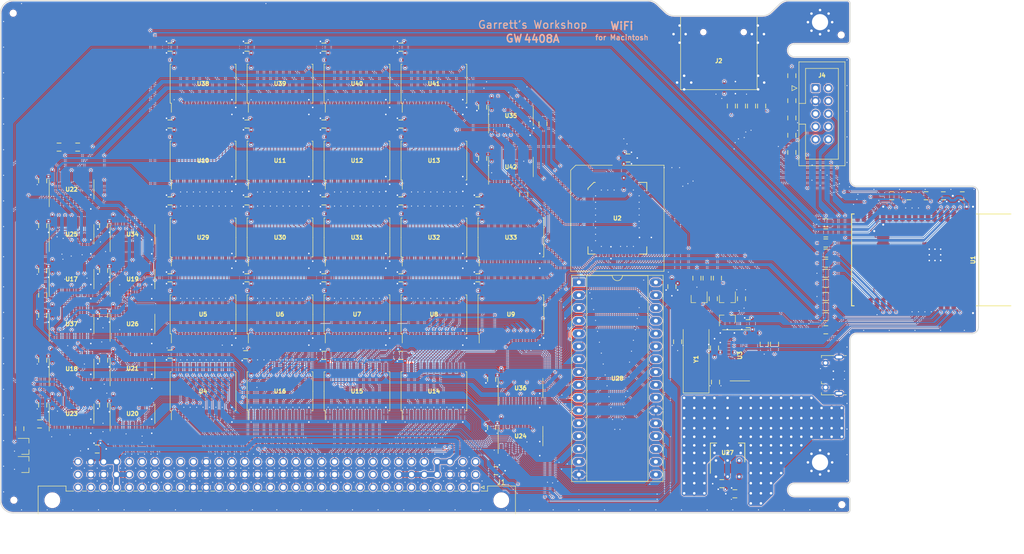
<source format=kicad_pcb>
(kicad_pcb (version 20211014) (generator pcbnew)

  (general
    (thickness 1.6)
  )

  (paper "A4")
  (layers
    (0 "F.Cu" signal)
    (1 "In1.Cu" power)
    (2 "In2.Cu" power)
    (31 "B.Cu" signal)
    (32 "B.Adhes" user "B.Adhesive")
    (33 "F.Adhes" user "F.Adhesive")
    (34 "B.Paste" user)
    (35 "F.Paste" user)
    (36 "B.SilkS" user "B.Silkscreen")
    (37 "F.SilkS" user "F.Silkscreen")
    (38 "B.Mask" user)
    (39 "F.Mask" user)
    (40 "Dwgs.User" user "User.Drawings")
    (41 "Cmts.User" user "User.Comments")
    (42 "Eco1.User" user "User.Eco1")
    (43 "Eco2.User" user "User.Eco2")
    (44 "Edge.Cuts" user)
    (45 "Margin" user)
    (46 "B.CrtYd" user "B.Courtyard")
    (47 "F.CrtYd" user "F.Courtyard")
    (48 "B.Fab" user)
    (49 "F.Fab" user)
  )

  (setup
    (pad_to_mask_clearance 0)
    (pcbplotparams
      (layerselection 0x00010fc_ffffffff)
      (disableapertmacros false)
      (usegerberextensions true)
      (usegerberattributes false)
      (usegerberadvancedattributes false)
      (creategerberjobfile false)
      (svguseinch false)
      (svgprecision 6)
      (excludeedgelayer true)
      (plotframeref false)
      (viasonmask false)
      (mode 1)
      (useauxorigin false)
      (hpglpennumber 1)
      (hpglpenspeed 20)
      (hpglpendiameter 15.000000)
      (dxfpolygonmode true)
      (dxfimperialunits true)
      (dxfusepcbnewfont true)
      (psnegative false)
      (psa4output false)
      (plotreference true)
      (plotvalue true)
      (plotinvisibletext false)
      (sketchpadsonfab false)
      (subtractmaskfromsilk true)
      (outputformat 1)
      (mirror false)
      (drillshape 0)
      (scaleselection 1)
      (outputdirectory "gerber/")
    )
  )

  (net 0 "")
  (net 1 "Net-(C1-Pad1)")
  (net 2 "GND")
  (net 3 "Net-(C2-Pad1)")
  (net 4 "Net-(J2-Pad8)")
  (net 5 "/MISOr")
  (net 6 "Net-(J2-Pad5)")
  (net 7 "+3V3")
  (net 8 "Net-(J2-Pad3)")
  (net 9 "Net-(J2-Pad2)")
  (net 10 "Net-(J2-Pad1)")
  (net 11 "/DETr")
  (net 12 "Net-(J4-Pad5)")
  (net 13 "Net-(J4-Pad7)")
  (net 14 "/ESP32/~{TRST}")
  (net 15 "/ESP32/TMS")
  (net 16 "Net-(J4-Pad4)")
  (net 17 "/ESP32/TDO")
  (net 18 "/ESP32/TDI")
  (net 19 "/ESP32/~{SRST}")
  (net 20 "Net-(Q1-Pad1)")
  (net 21 "/ESP32/RTS")
  (net 22 "/ESP32/EN")
  (net 23 "/ESP32/IO0")
  (net 24 "/ESP32/DTR")
  (net 25 "Net-(Q2-Pad1)")
  (net 26 "/MOSI")
  (net 27 "/S~{CS}")
  (net 28 "/SCK")
  (net 29 "/MISO")
  (net 30 "/DET")
  (net 31 "/BusControl/~{CLK}")
  (net 32 "/BusControl/B~{OE}")
  (net 33 "/BusControl/BDIR")
  (net 34 "/BusControl/ACK-2")
  (net 35 "/AddrLatch/ACLK")
  (net 36 "/ESP32/TCK")
  (net 37 "/ESP32/IO2")
  (net 38 "Net-(R18-Pad2)")
  (net 39 "/ROM/RD0")
  (net 40 "/ROM/RD1")
  (net 41 "/ROM/RD2")
  (net 42 "/ROM/RD3")
  (net 43 "/ROM/RD4")
  (net 44 "/ROM/RD5")
  (net 45 "/ROM/RD6")
  (net 46 "/ROM/RD7")
  (net 47 "+5V")
  (net 48 "/ESP32/DBG_RX")
  (net 49 "/ESP32/DBG_TX")
  (net 50 "/ESP32/D+")
  (net 51 "/ESP32/D-")
  (net 52 "Net-(U3-Pad9)")
  (net 53 "Net-(U3-Pad10)")
  (net 54 "Net-(U3-Pad11)")
  (net 55 "Net-(U3-Pad12)")
  (net 56 "/DataReg/Q31")
  (net 57 "/ESP32/NSCK")
  (net 58 "/BusControl/REG~{WE}")
  (net 59 "/AddrLatch/~{AD}4")
  (net 60 "/AddrLatch/~{AD}5")
  (net 61 "/AddrLatch/~{AD}6")
  (net 62 "/AddrLatch/~{AD}7")
  (net 63 "/DataReg/Q23")
  (net 64 "/AddrLatch/~{AD}0")
  (net 65 "/AddrLatch/~{AD}1")
  (net 66 "/AddrLatch/~{AD}2")
  (net 67 "/AddrLatch/~{AD}3")
  (net 68 "/AddrLatch/~{AD}11")
  (net 69 "/AddrLatch/~{AD}10")
  (net 70 "/AddrLatch/~{AD}9")
  (net 71 "/AddrLatch/~{AD}8")
  (net 72 "/DataReg/Q15")
  (net 73 "/AddrLatch/~{AD}15")
  (net 74 "/AddrLatch/~{AD}14")
  (net 75 "/AddrLatch/~{AD}13")
  (net 76 "/AddrLatch/~{AD}12")
  (net 77 "/AddrLatch/~{AD}20")
  (net 78 "/AddrLatch/~{AD}21")
  (net 79 "/DataReg/Q7")
  (net 80 "/AddrLatch/~{AD}16")
  (net 81 "/AddrLatch/~{AD}17")
  (net 82 "/AddrLatch/~{AD}18")
  (net 83 "/AddrLatch/~{AD}19")
  (net 84 "/DataReg/~{AD}27")
  (net 85 "/DataReg/~{AD}26")
  (net 86 "/DataReg/~{AD}25")
  (net 87 "/DataReg/~{AD}24")
  (net 88 "/BusControl/~{AD}31")
  (net 89 "/BusControl/~{AD}30")
  (net 90 "/BusControl/~{AD}29")
  (net 91 "/BusControl/~{AD}28")
  (net 92 "/BusControl/CLK")
  (net 93 "/BusControl/REG~{OE}")
  (net 94 "/BusControl/~{ACK}-2")
  (net 95 "/BusControl/ACK-1")
  (net 96 "/BusControl/~{ACK}-1")
  (net 97 "/BusControl/~{CSTART}")
  (net 98 "Net-(U18-Pad8)")
  (net 99 "/BusControl/ACK-0")
  (net 100 "/CtrlStatReg/~{RES}")
  (net 101 "Net-(U20-Pad3)")
  (net 102 "/BusControl/~{ID}2")
  (net 103 "/BusControl/~{ID}3")
  (net 104 "Net-(U20-Pad11)")
  (net 105 "/BusControl/~{ID}1")
  (net 106 "Net-(U20-Pad6)")
  (net 107 "Net-(U20-Pad8)")
  (net 108 "/BusControl/~{ID}0")
  (net 109 "/BusControl/~{CSEL}")
  (net 110 "/BusControl/~{START}ACK")
  (net 111 "/BusControl/~{START}")
  (net 112 "/BusControl/START")
  (net 113 "/BusControl/~{WE}")
  (net 114 "/BusControl/~{OE}")
  (net 115 "/DataReg/MISO")
  (net 116 "/BusControl/~{ACK}")
  (net 117 "/BusControl/LA19")
  (net 118 "/AddrLatch/~{TM}0")
  (net 119 "/AddrLatch/~{TM}1")
  (net 120 "Net-(J1-PadA1)")
  (net 121 "Net-(J1-PadA2)")
  (net 122 "Net-(J1-PadA3)")
  (net 123 "Net-(J1-PadA4)")
  (net 124 "Net-(J1-PadA24)")
  (net 125 "Net-(J1-PadA25)")
  (net 126 "Net-(J1-PadA30)")
  (net 127 "Net-(J1-PadA32)")
  (net 128 "Net-(J1-PadB1)")
  (net 129 "Net-(J1-PadB8)")
  (net 130 "Net-(J1-PadB9)")
  (net 131 "Net-(J1-PadB10)")
  (net 132 "Net-(J1-PadB11)")
  (net 133 "Net-(J1-PadB24)")
  (net 134 "Net-(J1-PadB25)")
  (net 135 "Net-(J1-PadB26)")
  (net 136 "Net-(J1-PadB27)")
  (net 137 "Net-(J1-PadB32)")
  (net 138 "Net-(J1-PadC2)")
  (net 139 "Net-(J1-PadC24)")
  (net 140 "Net-(J1-PadC25)")
  (net 141 "/AddrLatch/L~{A}7")
  (net 142 "/AddrLatch/L~{A}6")
  (net 143 "/AddrLatch/L~{A}5")
  (net 144 "/AddrLatch/L~{A}4")
  (net 145 "/AddrLatch/L~{A}3")
  (net 146 "/AddrLatch/L~{A}2")
  (net 147 "/AddrLatch/L~{A}1")
  (net 148 "/AddrLatch/L~{A}0")
  (net 149 "/AddrLatch/L~{A}15")
  (net 150 "/AddrLatch/L~{A}14")
  (net 151 "/AddrLatch/L~{A}13")
  (net 152 "/AddrLatch/L~{A}12")
  (net 153 "/AddrLatch/L~{A}11")
  (net 154 "/AddrLatch/L~{A}10")
  (net 155 "/AddrLatch/L~{A}9")
  (net 156 "/AddrLatch/L~{A}8")
  (net 157 "/AddrLatch/L~{A}16")
  (net 158 "/AddrLatch/L~{A}17")
  (net 159 "/AddrLatch/L~{A}18")
  (net 160 "/AddrLatch/L~{A}19")
  (net 161 "/AddrLatch/L~{A}20")
  (net 162 "/AddrLatch/L~{A}21")
  (net 163 "/AddrLatch/L~{TM}1")
  (net 164 "/AddrLatch/L~{TM}0")
  (net 165 "Net-(J3-Pad4)")
  (net 166 "Net-(J3-Pad1)")
  (net 167 "Net-(U1-Pad22)")
  (net 168 "Net-(U1-Pad21)")
  (net 169 "Net-(U1-Pad20)")
  (net 170 "Net-(U1-Pad17)")
  (net 171 "Net-(U1-Pad18)")
  (net 172 "Net-(U1-Pad19)")
  (net 173 "Net-(U1-Pad32)")
  (net 174 "/ESP32/N~{CS}")
  (net 175 "Net-(U1-Pad28)")
  (net 176 "Net-(U1-Pad27)")
  (net 177 "/BusControl/~{CLK}r")
  (net 178 "Net-(Q4-Pad1)")
  (net 179 "/ESP32/IRQ")
  (net 180 "Net-(J1-PadC23)")
  (net 181 "Net-(Q3-Pad1)")
  (net 182 "/CtrlStatReg/ESP_~{EN}")
  (net 183 "Net-(U1-Pad7)")
  (net 184 "/CtrlStatReg/ROM~{OE}")
  (net 185 "/DataReg/Q33")
  (net 186 "/DataReg/Q34")
  (net 187 "/DataReg/Q35")
  (net 188 "/DataReg/Q36")
  (net 189 "/DataReg/Q37")
  (net 190 "/DataReg/Q38")
  (net 191 "/DataReg/Q39")
  (net 192 "/DataReg/Q32")
  (net 193 "/DataReg/Q30")
  (net 194 "/DataReg/Q29")
  (net 195 "/DataReg/Q28")
  (net 196 "/DataReg/Q27")
  (net 197 "/DataReg/Q26")
  (net 198 "/DataReg/Q25")
  (net 199 "/DataReg/Q17")
  (net 200 "/DataReg/Q18")
  (net 201 "/DataReg/Q19")
  (net 202 "/DataReg/Q20")
  (net 203 "/DataReg/Q21")
  (net 204 "/DataReg/Q22")
  (net 205 "/DataReg/Q24")
  (net 206 "/DataReg/Q16")
  (net 207 "/DataReg/Q14")
  (net 208 "/DataReg/Q13")
  (net 209 "/DataReg/Q12")
  (net 210 "/DataReg/Q11")
  (net 211 "/DataReg/Q10")
  (net 212 "/DataReg/Q9")
  (net 213 "/DataReg/Q1")
  (net 214 "/DataReg/Q2")
  (net 215 "/DataReg/Q3")
  (net 216 "/DataReg/Q4")
  (net 217 "/DataReg/Q5")
  (net 218 "/DataReg/Q6")
  (net 219 "/DataReg/Q8")
  (net 220 "/CtrlStatReg/~{RDREQ}N")
  (net 221 "/CtrlStatReg/~{WRREQ}N")
  (net 222 "/CtrlStatReg/~{AD}23")
  (net 223 "/CtrlStatReg/~{AD}22")
  (net 224 "/CtrlStatReg/~{NMRQ}")
  (net 225 "Net-(Q5-Pad1)")
  (net 226 "Net-(R31-Pad2)")
  (net 227 "Net-(R32-Pad2)")
  (net 228 "/CtrlStatReg/~{RDREQ}")
  (net 229 "Net-(U21-Pad10)")
  (net 230 "Net-(U23-Pad9)")
  (net 231 "/CtrlStatReg/WRREQ")
  (net 232 "/CtrlStatReg/~{WRREQ}")
  (net 233 "/CtrlStatReg/WR~{IE}")
  (net 234 "Net-(U36-Pad5)")
  (net 235 "/CtrlStatReg/RD~{IE}")
  (net 236 "Net-(U21-Pad6)")
  (net 237 "Net-(U36-Pad9)")
  (net 238 "Net-(U18-Pad11)")
  (net 239 "Net-(U18-Pad10)")
  (net 240 "Net-(U18-Pad9)")
  (net 241 "Net-(U18-Pad13)")
  (net 242 "Net-(U18-Pad12)")
  (net 243 "Net-(U19-Pad1)")
  (net 244 "Net-(U35-Pad9)")
  (net 245 "Net-(U37-Pad8)")
  (net 246 "Net-(U37-Pad6)")
  (net 247 "Net-(R9-Pad1)")
  (net 248 "Net-(R9-Pad2)")
  (net 249 "Net-(U19-Pad9)")
  (net 250 "/DataReg/MOSI")
  (net 251 "/CtrlStatReg/RDCLK")
  (net 252 "/CtrlStatReg/WRCLK")
  (net 253 "/DataReg/RQ0")
  (net 254 "/DataReg/RQ1")
  (net 255 "/DataReg/RQ2")
  (net 256 "/DataReg/RQ3")
  (net 257 "/DataReg/RQ4")
  (net 258 "/DataReg/RQ5")
  (net 259 "/DataReg/RQ6")
  (net 260 "/DataReg/RQ7")
  (net 261 "/DataReg/RQ15")
  (net 262 "/DataReg/RQ14")
  (net 263 "/DataReg/RQ13")
  (net 264 "/DataReg/RQ12")
  (net 265 "/DataReg/RQ11")
  (net 266 "/DataReg/RQ10")
  (net 267 "/DataReg/RQ9")
  (net 268 "/DataReg/RQ8")
  (net 269 "/DataReg/RQ16")
  (net 270 "/DataReg/RQ17")
  (net 271 "/DataReg/RQ18")
  (net 272 "/DataReg/RQ19")
  (net 273 "/DataReg/RQ20")
  (net 274 "/DataReg/RQ21")
  (net 275 "/DataReg/RQ22")
  (net 276 "/DataReg/RQ23")
  (net 277 "/DataReg/RQ31")
  (net 278 "/DataReg/RQ30")
  (net 279 "/DataReg/RQ29")
  (net 280 "/DataReg/RQ28")
  (net 281 "/DataReg/RQ27")
  (net 282 "/DataReg/RQ26")
  (net 283 "/DataReg/RQ25")
  (net 284 "/DataReg/RQ24")
  (net 285 "Net-(U29-Pad2)")
  (net 286 "Net-(U33-Pad12)")
  (net 287 "Net-(U38-Pad2)")
  (net 288 "Net-(U38-Pad11)")
  (net 289 "Net-(U1-Pad8)")
  (net 290 "Net-(R25-Pad1)")
  (net 291 "Net-(R26-Pad1)")
  (net 292 "Net-(R33-Pad1)")

  (footprint "stdpads:SOIC-14_3.9mm" (layer "F.Cu") (at 82.55 108.585))

  (footprint "Connector_IDC:IDC-Header_2x05_P2.54mm_Vertical" (layer "F.Cu") (at 229.87 52.959))

  (footprint "stdpads:ESP32-WROVER_WROOM-32_WROVER" (layer "F.Cu") (at 255.778 86.995 180))

  (footprint "stdpads:R_0805" (layer "F.Cu") (at 225.171 62.296 90))

  (footprint "stdpads:R_0805" (layer "F.Cu") (at 231.9 81.65))

  (footprint "stdpads:R_0805" (layer "F.Cu") (at 231.9 100.85 180))

  (footprint "stdpads:C_0805" (layer "F.Cu") (at 166.585 128.778))

  (footprint "stdpads:R_0805" (layer "F.Cu") (at 83.759 64.643))

  (footprint "stdpads:DIN41612_R_3x32_Male_Horizontal_THT" (layer "F.Cu") (at 162.56 132.08 180))

  (footprint "Package_DIP:DIP-32_W15.24mm_Socket_LongPads" (layer "F.Cu") (at 183.007 91.44))

  (footprint "stdpads:C_0805" (layer "F.Cu") (at 76.835 98.005 -90))

  (footprint "stdpads:C_0805" (layer "F.Cu") (at 76.835 89.115 -90))

  (footprint "stdpads:C_0805" (layer "F.Cu") (at 147.74 44.831 180))

  (footprint "stdpads:SOIC-20W_7.5mm" (layer "F.Cu") (at 123.825 113.03))

  (footprint "stdpads:C_0805" (layer "F.Cu") (at 162.98 90.551 180))

  (footprint "stdpads:C_0805" (layer "F.Cu") (at 162.98 75.311 180))

  (footprint "stdpads:SOIC-20W_7.5mm" (layer "F.Cu") (at 108.585 82.55))

  (footprint "stdpads:SOIC-20W_7.5mm" (layer "F.Cu") (at 108.585 113.03))

  (footprint "stdpads:SOIC-20W_7.5mm" (layer "F.Cu") (at 169.545 82.55))

  (footprint "stdpads:R_0805" (layer "F.Cu") (at 231.9 98.25 180))

  (footprint "stdpads:SOIC-14_3.9mm" (layer "F.Cu") (at 82.55 117.475))

  (footprint "stdpads:MountingHole_3.2mm_M3_Pad_Via" (layer "F.Cu") (at 230.759 127.127))

  (footprint "stdpads:SOIC-14_3.9mm" (layer "F.Cu") (at 169.545 58.42))

  (footprint "stdpads:C_0805" (layer "F.Cu") (at 163.957 66.89 -90))

  (footprint "stdpads:SOIC-14_3.9mm" (layer "F.Cu") (at 169.545 68.58))

  (footprint "stdpads:SOIC-20W_7.5mm" (layer "F.Cu") (at 154.305 113.03))

  (footprint "stdpads:C_0805" (layer "F.Cu") (at 163.957 56.73 -90))

  (footprint "stdpads:C_0805" (layer "F.Cu") (at 192.747 66.802))

  (footprint "stdpads:C_0805" (layer "F.Cu") (at 87.63 124.46 180))

  (footprint "stdpads:SOIC-20W_7.5mm" (layer "F.Cu") (at 139.065 67.31))

  (footprint "stdpads:C_0805" (layer "F.Cu") (at 165.735 120.23 -90))

  (footprint "stdpads:C_0805" (layer "F.Cu") (at 165.735 110.705 -90))

  (footprint "stdpads:C_0805" (layer "F.Cu") (at 117.006 105.791 180))

  (footprint "stdpads:C_0805" (layer "F.Cu") (at 117.26 90.551 180))

  (footprint "stdpads:C_0805" (layer "F.Cu") (at 132.5 90.551 180))

  (footprint "stdpads:C_0805" (layer "F.Cu") (at 147.74 90.551 180))

  (footprint "stdpads:C_0805" (layer "F.Cu") (at 132.5 105.918 180))

  (footprint "stdpads:MountingHole_3.2mm_M3_Pad_Via" (layer "F.Cu")
    (tedit 5F91F556) (tstamp 00000000-0000-0000-0000-000061a778f6)
    (at 230.759 39.878)
    (descr "Mounting Hole 3.2mm, M3")
    (tags "mounting hole 3.2mm m3")
    (zone_connect 2)
    (attr exclude_from_pos_files exclude_from_bom)
    (fp_text reference "REF**" (at 0 0) (layer "F.Fab")
      (effects (font (size 0.8128 0.8128) (thickness 0.2032)))
      (tstamp 29de0295-fc98-4e91-b33d-3538007ba123)
    )
    (fp_text value "MountingHole_3.2mm_M3_Pad_Via" (at 0 4.2) (layer "F.Fab") hide
      (effects (font (size 0.8128 0.8128) (thickness 0.2032)))
      (tstamp 6766eb3f-cea4-4521-aa0a-171be6569eb2)
    )
    (fp_text user "${REFERENCE}" (at 0.3 0) (layer "F.Fab")
      (effects (font (size 1 1) (thickness 0.15)))
      (tstamp fa6a50c0-0939-4b01-9441-d6edf4abb7bc)
    )
    (fp_circle (center 0 0) (end 3.2 0) (layer "Cmts.User") (width 0.15) (fill none) (tstamp 40d51405-819c-49a2-bf42-6641f1d5098c))
    (fp_circle (center 0 0) (end 3.45 0) (layer "F.CrtYd") (width 0.05) (fill n
... [5965596 chars truncated]
</source>
